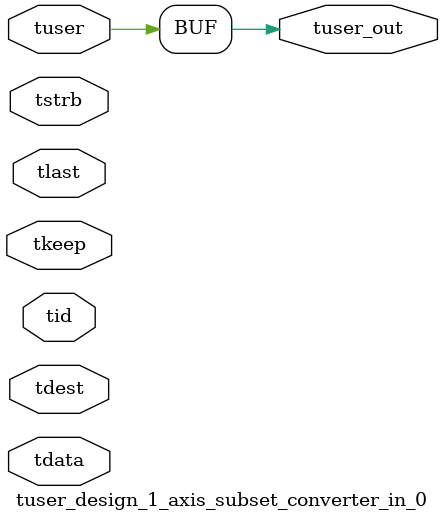
<source format=v>


`timescale 1ps/1ps

module tuser_design_1_axis_subset_converter_in_0 #
(
parameter C_S_AXIS_TUSER_WIDTH = 1,
parameter C_S_AXIS_TDATA_WIDTH = 32,
parameter C_S_AXIS_TID_WIDTH   = 0,
parameter C_S_AXIS_TDEST_WIDTH = 0,
parameter C_M_AXIS_TUSER_WIDTH = 1
)
(
input  [(C_S_AXIS_TUSER_WIDTH == 0 ? 1 : C_S_AXIS_TUSER_WIDTH)-1:0     ] tuser,
input  [(C_S_AXIS_TDATA_WIDTH == 0 ? 1 : C_S_AXIS_TDATA_WIDTH)-1:0     ] tdata,
input  [(C_S_AXIS_TID_WIDTH   == 0 ? 1 : C_S_AXIS_TID_WIDTH)-1:0       ] tid,
input  [(C_S_AXIS_TDEST_WIDTH == 0 ? 1 : C_S_AXIS_TDEST_WIDTH)-1:0     ] tdest,
input  [(C_S_AXIS_TDATA_WIDTH/8)-1:0 ] tkeep,
input  [(C_S_AXIS_TDATA_WIDTH/8)-1:0 ] tstrb,
input                                                                    tlast,
output [C_M_AXIS_TUSER_WIDTH-1:0] tuser_out
);

assign tuser_out = {tuser[0:0]};

endmodule


</source>
